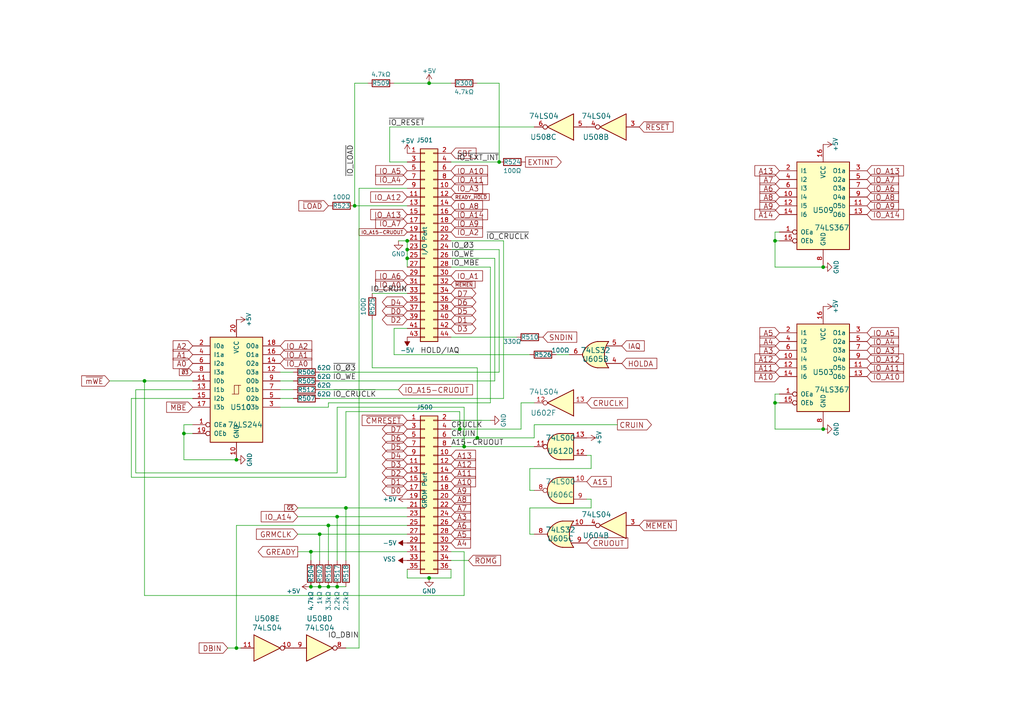
<source format=kicad_sch>
(kicad_sch (version 20250114) (generator "eeschema") (generator_version "9.0")
  (paper "A4")
  (title_block (title "TI-99/4A") (date "2022-02-18") (rev "1.1") (company "Robert Krenicki - https://github.com/rkrenicki/TI99-Motherboard") (comment 1 "IO- and GROM-Port") (comment 3 "Based on the HackMac KiCAD Design"))
  (lib_symbols
    (symbol "74xx:74LS00" (pin_names (offset 1.016))
      (property "Reference" "U" (at 0 1.27 0))
      (property "Value" "74LS00" (at 0 -1.27 0))
      (symbol "74LS00_1_1"
        (pin input line (at -7.62 2.54 0) (length 3.81) (name "~") (number "1"))
        (pin input line (at -7.62 -2.54 0) (length 3.81) (name "~") (number "2"))
        (pin output inverted (at 7.62 0 180) (length 3.81) (name "~") (number "3"))
      )
      (symbol "74LS00_1_2"
        (pin input inverted (at -7.62 2.54 0) (length 4.318) (name "~") (number "1"))
        (pin input inverted (at -7.62 -2.54 0) (length 4.318) (name "~") (number "2"))
        (pin output line (at 7.62 0 180) (length 3.81) (name "~") (number "3"))
      )
      (symbol "74LS00_2_1"
        (pin input line (at -7.62 2.54 0) (length 3.81) (name "~") (number "4"))
        (pin input line (at -7.62 -2.54 0) (length 3.81) (name "~") (number "5"))
        (pin output inverted (at 7.62 0 180) (length 3.81) (name "~") (number "6"))
      )
      (symbol "74LS00_2_2"
        (pin input inverted (at -7.62 2.54 0) (length 4.318) (name "~") (number "4"))
        (pin input inverted (at -7.62 -2.54 0) (length 4.318) (name "~") (number "5"))
        (pin output line (at 7.62 0 180) (length 3.81) (name "~") (number "6"))
      )
      (symbol "74LS00_3_1"
        (pin input line (at -7.62 2.54 0) (length 3.81) (name "~") (number "9"))
        (pin input line (at -7.62 -2.54 0) (length 3.81) (name "~") (number "10"))
        (pin output inverted (at 7.62 0 180) (length 3.81) (name "~") (number "8"))
      )
      (symbol "74LS00_3_2"
        (pin input inverted (at -7.62 2.54 0) (length 4.318) (name "~") (number "9"))
        (pin input inverted (at -7.62 -2.54 0) (length 4.318) (name "~") (number "10"))
        (pin output line (at 7.62 0 180) (length 3.81) (name "~") (number "8"))
      )
      (symbol "74LS00_4_1"
        (pin input line (at -7.62 2.54 0) (length 3.81) (name "~") (number "12"))
        (pin input line (at -7.62 -2.54 0) (length 3.81) (name "~") (number "13"))
        (pin output inverted (at 7.62 0 180) (length 3.81) (name "~") (number "11"))
      )
      (symbol "74LS00_4_2"
        (pin input inverted (at -7.62 2.54 0) (length 4.318) (name "~") (number "12"))
        (pin input inverted (at -7.62 -2.54 0) (length 4.318) (name "~") (number "13"))
        (pin output line (at 7.62 0 180) (length 3.81) (name "~") (number "11"))
      )
      (symbol "74LS00_5_0"
        (pin power_in line (at 0 12.7 270) (length 5.08) (name "VCC") (number "14"))
        (pin power_in line (at 0 -12.7 90) (length 5.08) (name "GND") (number "7"))
      )
    )
    (symbol "74xx:74LS04"
      (property "Reference" "U" (at 0 1.27 0))
      (property "Value" "74LS04" (at 0 -1.27 0))
      (symbol "74LS04_1_0"
        (pin input line (at -7.62 0 0) (length 3.81) (name "~") (number "1"))
        (pin output inverted (at 7.62 0 180) (length 3.81) (name "~") (number "2"))
      )
      (symbol "74LS04_2_0"
        (pin input line (at -7.62 0 0) (length 3.81) (name "~") (number "3"))
        (pin output inverted (at 7.62 0 180) (length 3.81) (name "~") (number "4"))
      )
      (symbol "74LS04_3_0"
        (pin input line (at -7.62 0 0) (length 3.81) (name "~") (number "5"))
        (pin output inverted (at 7.62 0 180) (length 3.81) (name "~") (number "6"))
      )
      (symbol "74LS04_4_0"
        (pin input line (at -7.62 0 0) (length 3.81) (name "~") (number "9"))
        (pin output inverted (at 7.62 0 180) (length 3.81) (name "~") (number "8"))
      )
      (symbol "74LS04_5_0"
        (pin input line (at -7.62 0 0) (length 3.81) (name "~") (number "11"))
        (pin output inverted (at 7.62 0 180) (length 3.81) (name "~") (number "10"))
      )
      (symbol "74LS04_6_0"
        (pin input line (at -7.62 0 0) (length 3.81) (name "~") (number "13"))
        (pin output inverted (at 7.62 0 180) (length 3.81) (name "~") (number "12"))
      )
      (symbol "74LS04_7_0"
        (pin power_in line (at 0 12.7 270) (length 5.08) (name "VCC") (number "14"))
        (pin power_in line (at 0 -12.7 90) (length 5.08) (name "GND") (number "7"))
      )
    )
    (symbol "74xx:74LS244" (pin_names (offset 1.016))
      (property "Reference" "U" (at -7.62 16.51 0))
      (property "Value" "74LS244" (at -7.62 -16.51 0))
      (symbol "74LS244_1_0"
        (pin input line (at -12.7 12.7 0) (length 5.08) (name "I0a") (number "2"))
        (pin input line (at -12.7 10.16 0) (length 5.08) (name "I1a") (number "4"))
        (pin input line (at -12.7 7.62 0) (length 5.08) (name "I2a") (number "6"))
        (pin input line (at -12.7 5.08 0) (length 5.08) (name "I3a") (number "8"))
        (pin input line (at -12.7 2.54 0) (length 5.08) (name "I0b") (number "11"))
        (pin input line (at -12.7 0 0) (length 5.08) (name "I1b") (number "13"))
        (pin input line (at -12.7 -2.54 0) (length 5.08) (name "I2b") (number "15"))
        (pin input line (at -12.7 -5.08 0) (length 5.08) (name "I3b") (number "17"))
        (pin input inverted (at -12.7 -10.16 0) (length 5.08) (name "OEa") (number "1"))
        (pin input inverted (at -12.7 -12.7 0) (length 5.08) (name "OEb") (number "19"))
        (pin power_in line (at 0 20.32 270) (length 5.08) (name "VCC") (number "20"))
        (pin power_in line (at 0 -20.32 90) (length 5.08) (name "GND") (number "10"))
        (pin tri_state line (at 12.7 12.7 180) (length 5.08) (name "O0a") (number "18"))
        (pin tri_state line (at 12.7 10.16 180) (length 5.08) (name "O1a") (number "16"))
        (pin tri_state line (at 12.7 7.62 180) (length 5.08) (name "O2a") (number "14"))
        (pin tri_state line (at 12.7 5.08 180) (length 5.08) (name "O3a") (number "12"))
        (pin tri_state line (at 12.7 2.54 180) (length 5.08) (name "O0b") (number "9"))
        (pin tri_state line (at 12.7 0 180) (length 5.08) (name "O1b") (number "7"))
        (pin tri_state line (at 12.7 -2.54 180) (length 5.08) (name "O2b") (number "5"))
        (pin tri_state line (at 12.7 -5.08 180) (length 5.08) (name "O3b") (number "3"))
      )
    )
    (symbol "74xx:74LS32" (pin_names (offset 1.016))
      (property "Reference" "U" (at 0 1.27 0))
      (property "Value" "74LS32" (at 0 -1.27 0))
      (symbol "74LS32_1_1"
        (pin input line (at -7.62 2.54 0) (length 4.318) (name "~") (number "1"))
        (pin input line (at -7.62 -2.54 0) (length 4.318) (name "~") (number "2"))
        (pin output line (at 7.62 0 180) (length 3.81) (name "~") (number "3"))
      )
      (symbol "74LS32_1_2"
        (pin input inverted (at -7.62 2.54 0) (length 3.81) (name "~") (number "1"))
        (pin input inverted (at -7.62 -2.54 0) (length 3.81) (name "~") (number "2"))
        (pin output inverted (at 7.62 0 180) (length 3.81) (name "~") (number "3"))
      )
      (symbol "74LS32_2_1"
        (pin input line (at -7.62 2.54 0) (length 4.318) (name "~") (number "4"))
        (pin input line (at -7.62 -2.54 0) (length 4.318) (name "~") (number "5"))
        (pin output line (at 7.62 0 180) (length 3.81) (name "~") (number "6"))
      )
      (symbol "74LS32_2_2"
        (pin input inverted (at -7.62 2.54 0) (length 3.81) (name "~") (number "4"))
        (pin input inverted (at -7.62 -2.54 0) (length 3.81) (name "~") (number "5"))
        (pin output inverted (at 7.62 0 180) (length 3.81) (name "~") (number "6"))
      )
      (symbol "74LS32_3_1"
        (pin input line (at -7.62 2.54 0) (length 4.318) (name "~") (number "9"))
        (pin input line (at -7.62 -2.54 0) (length 4.318) (name "~") (number "10"))
        (pin output line (at 7.62 0 180) (length 3.81) (name "~") (number "8"))
      )
      (symbol "74LS32_3_2"
        (pin input inverted (at -7.62 2.54 0) (length 3.81) (name "~") (number "9"))
        (pin input inverted (at -7.62 -2.54 0) (length 3.81) (name "~") (number "10"))
        (pin output inverted (at 7.62 0 180) (length 3.81) (name "~") (number "8"))
      )
      (symbol "74LS32_4_1"
        (pin input line (at -7.62 2.54 0) (length 4.318) (name "~") (number "12"))
        (pin input line (at -7.62 -2.54 0) (length 4.318) (name "~") (number "13"))
        (pin output line (at 7.62 0 180) (length 3.81) (name "~") (number "11"))
      )
      (symbol "74LS32_4_2"
        (pin input inverted (at -7.62 2.54 0) (length 3.81) (name "~") (number "12"))
        (pin input inverted (at -7.62 -2.54 0) (length 3.81) (name "~") (number "13"))
        (pin output inverted (at 7.62 0 180) (length 3.81) (name "~") (number "11"))
      )
      (symbol "74LS32_5_0"
        (pin power_in line (at 0 12.7 270) (length 5.08) (name "VCC") (number "14"))
        (pin power_in line (at 0 -12.7 90) (length 5.08) (name "GND") (number "7"))
      )
    )
    (symbol "74xx:74LS367" (pin_names (offset 1.016))
      (property "Reference" "U" (at -7.62 13.97 0))
      (property "Value" "74LS367" (at -7.62 -13.97 0))
      (symbol "74LS367_1_0"
        (pin input line (at -12.7 10.16 0) (length 5.08) (name "I1") (number "2"))
        (pin input line (at -12.7 7.62 0) (length 5.08) (name "I2") (number "4"))
        (pin input line (at -12.7 5.08 0) (length 5.08) (name "I3") (number "6"))
        (pin input line (at -12.7 2.54 0) (length 5.08) (name "I4") (number "10"))
        (pin input line (at -12.7 0 0) (length 5.08) (name "I5") (number "12"))
        (pin input line (at -12.7 -2.54 0) (length 5.08) (name "I6") (number "14"))
        (pin input inverted (at -12.7 -7.62 0) (length 5.08) (name "OEa") (number "1"))
        (pin input inverted (at -12.7 -10.16 0) (length 5.08) (name "OEb") (number "15"))
        (pin power_in line (at 0 17.78 270) (length 5.08) (name "VCC") (number "16"))
        (pin power_in line (at 0 -17.78 90) (length 5.08) (name "GND") (number "8"))
        (pin tri_state line (at 12.7 10.16 180) (length 5.08) (name "O1a") (number "3"))
        (pin tri_state line (at 12.7 7.62 180) (length 5.08) (name "O2a") (number "5"))
        (pin tri_state line (at 12.7 5.08 180) (length 5.08) (name "O3a") (number "7"))
        (pin tri_state line (at 12.7 2.54 180) (length 5.08) (name "O4a") (number "9"))
        (pin tri_state line (at 12.7 0 180) (length 5.08) (name "O5b") (number "11"))
        (pin tri_state line (at 12.7 -2.54 180) (length 5.08) (name "O6b") (number "13"))
      )
    )
    (symbol "Connector_Generic:Conn_02x18_Odd_Even" (pin_names (offset 1.016) (hide yes))
      (property "Reference" "J" (at 1.27 22.86 0))
      (property "Value" "Conn_02x18_Odd_Even" (at 1.27 -25.4 0))
      (symbol "Conn_02x18_Odd_Even_1_1"
        (pin passive line (at -5.08 20.32 0) (length 3.81) (name "Pin_1") (number "1"))
        (pin passive line (at -5.08 17.78 0) (length 3.81) (name "Pin_3") (number "3"))
        (pin passive line (at -5.08 15.24 0) (length 3.81) (name "Pin_5") (number "5"))
        (pin passive line (at -5.08 12.7 0) (length 3.81) (name "Pin_7") (number "7"))
        (pin passive line (at -5.08 10.16 0) (length 3.81) (name "Pin_9") (number "9"))
        (pin passive line (at -5.08 7.62 0) (length 3.81) (name "Pin_11") (number "11"))
        (pin passive line (at -5.08 5.08 0) (length 3.81) (name "Pin_13") (number "13"))
        (pin passive line (at -5.08 2.54 0) (length 3.81) (name "Pin_15") (number "15"))
        (pin passive line (at -5.08 0 0) (length 3.81) (name "Pin_17") (number "17"))
        (pin passive line (at -5.08 -2.54 0) (length 3.81) (name "Pin_19") (number "19"))
        (pin passive line (at -5.08 -5.08 0) (length 3.81) (name "Pin_21") (number "21"))
        (pin passive line (at -5.08 -7.62 0) (length 3.81) (name "Pin_23") (number "23"))
        (pin passive line (at -5.08 -10.16 0) (length 3.81) (name "Pin_25") (number "25"))
        (pin passive line (at -5.08 -12.7 0) (length 3.81) (name "Pin_27") (number "27"))
        (pin passive line (at -5.08 -15.24 0) (length 3.81) (name "Pin_29") (number "29"))
        (pin passive line (at -5.08 -17.78 0) (length 3.81) (name "Pin_31") (number "31"))
        (pin passive line (at -5.08 -20.32 0) (length 3.81) (name "Pin_33") (number "33"))
        (pin passive line (at -5.08 -22.86 0) (length 3.81) (name "Pin_35") (number "35"))
        (pin passive line (at 7.62 20.32 180) (length 3.81) (name "Pin_2") (number "2"))
        (pin passive line (at 7.62 17.78 180) (length 3.81) (name "Pin_4") (number "4"))
        (pin passive line (at 7.62 15.24 180) (length 3.81) (name "Pin_6") (number "6"))
        (pin passive line (at 7.62 12.7 180) (length 3.81) (name "Pin_8") (number "8"))
        (pin passive line (at 7.62 10.16 180) (length 3.81) (name "Pin_10") (number "10"))
        (pin passive line (at 7.62 7.62 180) (length 3.81) (name "Pin_12") (number "12"))
        (pin passive line (at 7.62 5.08 180) (length 3.81) (name "Pin_14") (number "14"))
        (pin passive line (at 7.62 2.54 180) (length 3.81) (name "Pin_16") (number "16"))
        (pin passive line (at 7.62 0 180) (length 3.81) (name "Pin_18") (number "18"))
        (pin passive line (at 7.62 -2.54 180) (length 3.81) (name "Pin_20") (number "20"))
        (pin passive line (at 7.62 -5.08 180) (length 3.81) (name "Pin_22") (number "22"))
        (pin passive line (at 7.62 -7.62 180) (length 3.81) (name "Pin_24") (number "24"))
        (pin passive line (at 7.62 -10.16 180) (length 3.81) (name "Pin_26") (number "26"))
        (pin passive line (at 7.62 -12.7 180) (length 3.81) (name "Pin_28") (number "28"))
        (pin passive line (at 7.62 -15.24 180) (length 3.81) (name "Pin_30") (number "30"))
        (pin passive line (at 7.62 -17.78 180) (length 3.81) (name "Pin_32") (number "32"))
        (pin passive line (at 7.62 -20.32 180) (length 3.81) (name "Pin_34") (number "34"))
        (pin passive line (at 7.62 -22.86 180) (length 3.81) (name "Pin_36") (number "36"))
      )
    )
    (symbol "Connector_Generic:Conn_02x22_Odd_Even" (pin_names (offset 1.016) (hide yes))
      (property "Reference" "J" (at 1.27 27.94 0))
      (property "Value" "Conn_02x22_Odd_Even" (at 1.27 -30.48 0))
      (symbol "Conn_02x22_Odd_Even_1_1"
        (pin passive line (at -5.08 25.4 0) (length 3.81) (name "Pin_1") (number "1"))
        (pin passive line (at -5.08 22.86 0) (length 3.81) (name "Pin_3") (number "3"))
        (pin passive line (at -5.08 20.32 0) (length 3.81) (name "Pin_5") (number "5"))
        (pin passive line (at -5.08 17.78 0) (length 3.81) (name "Pin_7") (number "7"))
        (pin passive line (at -5.08 15.24 0) (length 3.81) (name "Pin_9") (number "9"))
        (pin passive line (at -5.08 12.7 0) (length 3.81) (name "Pin_11") (number "11"))
        (pin passive line (at -5.08 10.16 0) (length 3.81) (name "Pin_13") (number "13"))
        (pin passive line (at -5.08 7.62 0) (length 3.81) (name "Pin_15") (number "15"))
        (pin passive line (at -5.08 5.08 0) (length 3.81) (name "Pin_17") (number "17"))
        (pin passive line (at -5.08 2.54 0) (length 3.81) (name "Pin_19") (number "19"))
        (pin passive line (at -5.08 0 0) (length 3.81) (name "Pin_21") (number "21"))
        (pin passive line (at -5.08 -2.54 0) (length 3.81) (name "Pin_23") (number "23"))
        (pin passive line (at -5.08 -5.08 0) (length 3.81) (name "Pin_25") (number "25"))
        (pin passive line (at -5.08 -7.62 0) (length 3.81) (name "Pin_27") (number "27"))
        (pin passive line (at -5.08 -10.16 0) (length 3.81) (name "Pin_29") (number "29"))
        (pin passive line (at -5.08 -12.7 0) (length 3.81) (name "Pin_31") (number "31"))
        (pin passive line (at -5.08 -15.24 0) (length 3.81) (name "Pin_33") (number "33"))
        (pin passive line (at -5.08 -17.78 0) (length 3.81) (name "Pin_35") (number "35"))
        (pin passive line (at -5.08 -20.32 0) (length 3.81) (name "Pin_37") (number "37"))
        (pin passive line (at -5.08 -22.86 0) (length 3.81) (name "Pin_39") (number "39"))
        (pin passive line (at -5.08 -25.4 0) (length 3.81) (name "Pin_41") (number "41"))
        (pin passive line (at -5.08 -27.94 0) (length 3.81) (name "Pin_43") (number "43"))
        (pin passive line (at 7.62 25.4 180) (length 3.81) (name "Pin_2") (number "2"))
        (pin passive line (at 7.62 22.86 180) (length 3.81) (name "Pin_4") (number "4"))
        (pin passive line (at 7.62 20.32 180) (length 3.81) (name "Pin_6") (number "6"))
        (pin passive line (at 7.62 17.78 180) (length 3.81) (name "Pin_8") (number "8"))
        (pin passive line (at 7.62 15.24 180) (length 3.81) (name "Pin_10") (number "10"))
        (pin passive line (at 7.62 12.7 180) (length 3.81) (name "Pin_12") (number "12"))
        (pin passive line (at 7.62 10.16 180) (length 3.81) (name "Pin_14") (number "14"))
        (pin passive line (at 7.62 7.62 180) (length 3.81) (name "Pin_16") (number "16"))
        (pin passive line (at 7.62 5.08 180) (length 3.81) (name "Pin_18") (number "18"))
        (pin passive line (at 7.62 2.54 180) (length 3.81) (name "Pin_20") (number "20"))
        (pin passive line (at 7.62 0 180) (length 3.81) (name "Pin_22") (number "22"))
        (pin passive line (at 7.62 -2.54 180) (length 3.81) (name "Pin_24") (number "24"))
        (pin passive line (at 7.62 -5.08 180) (length 3.81) (name "Pin_26") (number "26"))
        (pin passive line (at 7.62 -7.62 180) (length 3.81) (name "Pin_28") (number "28"))
        (pin passive line (at 7.62 -10.16 180) (length 3.81) (name "Pin_30") (number "30"))
        (pin passive line (at 7.62 -12.7 180) (length 3.81) (name "Pin_32") (number "32"))
        (pin passive line (at 7.62 -15.24 180) (length 3.81) (name "Pin_34") (number "34"))
        (pin passive line (at 7.62 -17.78 180) (length 3.81) (name "Pin_36") (number "36"))
        (pin passive line (at 7.62 -20.32 180) (length 3.81) (name "Pin_38") (number "38"))
        (pin passive line (at 7.62 -22.86 180) (length 3.81) (name "Pin_40") (number "40"))
        (pin passive line (at 7.62 -25.4 180) (length 3.81) (name "Pin_42") (number "42"))
        (pin passive line (at 7.62 -27.94 180) (length 3.81) (name "Pin_44") (number "44"))
      )
    )
    (symbol "Console-rescue:+5V" (power) (pin_names (offset 0))
      (property "Value" "+5V" (at 0 3.556 0))
      (symbol "+5V_1_1"
        (pin power_in line (at 0 0 90) (length 0) (hide yes) (name "+5V") (number "1"))
      )
    )
    (symbol "Console-rescue:-5V" (power) (pin_names (offset 0))
      (property "Value" "-5V" (at 0 3.81 0))
      (symbol "-5V_0_0"
        (pin power_in line (at 0 0 90) (length 0) (hide yes) (name "-5V") (number "1"))
      )
    )
    (symbol "Console-rescue:GND" (power) (pin_names (offset 0))
      (property "Value" "GND" (at 0 -3.81 0))
      (symbol "GND_1_1"
        (pin power_in line (at 0 0 270) (length 0) (hide yes) (name "GND") (number "1"))
      )
    )
    (symbol "Console-rescue:R" (pin_numbers (hide yes)) (pin_names (offset 0))
      (property "Reference" "R" (at 2.032 0 90))
      (property "Value" "R" (at 0 0 90))
      (symbol "R_1_1"
        (pin passive line (at 0 3.81 270) (length 1.27) (name "~") (number "1"))
        (pin passive line (at 0 -3.81 90) (length 1.27) (name "~") (number "2"))
      )
    )
    (symbol "power:VSS" (power) (pin_names (offset 0))
      (property "Value" "VSS" (at 0 3.81 0))
      (symbol "VSS_1_1"
        (pin power_in line (at 0 0 90) (length 0) (hide yes) (name "VSS") (number "1"))
      )
    )
  )
  (junction (at 92.71 170.18))
  (junction (at 102.87 59.69))
  (junction (at 97.79 170.18))
  (junction (at 133.35 124.46))
  (junction (at 238.76 77.47))
  (junction (at 124.46 24.13))
  (junction (at 53.34 125.73))
  (junction (at 95.25 152.4))
  (junction (at 144.78 46.99))
  (junction (at 95.25 170.18))
  (junction (at 118.11 74.93))
  (junction (at 224.79 69.85))
  (junction (at 90.17 160.02))
  (junction (at 118.11 69.85))
  (junction (at 100.33 147.32))
  (junction (at 134.62 129.54))
  (junction (at 92.71 154.94))
  (junction (at 118.11 72.39))
  (junction (at 68.58 133.35))
  (junction (at 90.17 170.18))
  (junction (at 97.79 149.86))
  (junction (at 238.76 124.46))
  (junction (at 224.79 116.84))
  (junction (at 138.43 127))
  (junction (at 124.46 167.64))
  (junction (at 68.58 187.96))
  (junction (at 41.91 110.49))
  (wire (pts (xy 154.94 142.24) (xy 153.67 142.24)))
  (wire (pts (xy 130.81 160.02) (xy 134.62 160.02)))
  (wire (pts (xy 97.79 137.16) (xy 97.79 118.11)))
  (wire (pts (xy 224.79 67.31) (xy 224.79 69.85)))
  (wire (pts (xy 124.46 167.64) (xy 130.81 167.64)))
  (wire (pts (xy 144.78 107.95) (xy 144.78 72.39)))
  (wire (pts (xy 130.81 124.46) (xy 133.35 124.46)))
  (wire (pts (xy 133.35 124.46) (xy 151.13 124.46)))
  (wire (pts (xy 224.79 114.3) (xy 224.79 116.84)))
  (wire (pts (xy 130.81 167.64) (xy 130.81 165.1)))
  (wire (pts (xy 153.67 135.89) (xy 171.45 135.89)))
  (wire (pts (xy 97.79 149.86) (xy 97.79 162.56)))
  (wire (pts (xy 92.71 115.57) (xy 146.05 115.57)))
  (wire (pts (xy 95.25 170.18) (xy 97.79 170.18)))
  (wire (pts (xy 138.43 24.13) (xy 144.78 24.13)))
  (wire (pts (xy 118.11 74.93) (xy 118.11 77.47)))
  (wire (pts (xy 86.36 149.86) (xy 97.79 149.86)))
  (wire (pts (xy 138.43 106.68) (xy 138.43 127)))
  (wire (pts (xy 104.14 54.61) (xy 118.11 54.61)))
  (wire (pts (xy 81.28 115.57) (xy 85.09 115.57)))
  (wire (pts (xy 153.67 142.24) (xy 153.67 135.89)))
  (wire (pts (xy 86.36 154.94) (xy 92.71 154.94)))
  (wire (pts (xy 153.67 102.87) (xy 114.3 102.87)))
  (wire (pts (xy 118.11 165.1) (xy 118.11 167.64)))
  (wire (pts (xy 114.3 95.25) (xy 118.11 95.25)))
  (wire (pts (xy 124.46 24.13) (xy 114.3 24.13)))
  (wire (pts (xy 86.36 147.32) (xy 100.33 147.32)))
  (wire (pts (xy 226.06 69.85) (xy 224.79 69.85)))
  (wire (pts (xy 113.03 46.99) (xy 118.11 46.99)))
  (wire (pts (xy 38.1 115.57) (xy 38.1 138.43)))
  (wire (pts (xy 138.43 127) (xy 130.81 127)))
  (wire (pts (xy 95.25 162.56) (xy 95.25 152.4)))
  (wire (pts (xy 238.76 124.46) (xy 224.79 124.46)))
  (wire (pts (xy 224.79 77.47) (xy 238.76 77.47)))
  (wire (pts (xy 146.05 115.57) (xy 146.05 69.85)))
  (wire (pts (xy 81.28 118.11) (xy 95.25 118.11)))
  (wire (pts (xy 85.09 113.03) (xy 81.28 113.03)))
  (wire (pts (xy 41.91 110.49) (xy 55.88 110.49)))
  (wire (pts (xy 135.89 162.56) (xy 130.81 162.56)))
  (wire (pts (xy 38.1 115.57) (xy 55.88 115.57)))
  (wire (pts (xy 226.06 116.84) (xy 224.79 116.84)))
  (wire (pts (xy 134.62 160.02) (xy 134.62 172.72)))
  (wire (pts (xy 39.37 137.16) (xy 97.79 137.16)))
  (wire (pts (xy 39.37 113.03) (xy 39.37 137.16)))
  (wire (pts (xy 97.79 149.86) (xy 118.11 149.86)))
  (wire (pts (xy 114.3 102.87) (xy 114.3 95.25)))
  (wire (pts (xy 90.17 160.02) (xy 118.11 160.02)))
  (wire (pts (xy 100.33 138.43) (xy 100.33 119.38)))
  (wire (pts (xy 138.43 127) (xy 154.94 127)))
  (wire (pts (xy 102.87 59.69) (xy 102.87 24.13)))
  (wire (pts (xy 153.67 154.94) (xy 153.67 147.32)))
  (wire (pts (xy 107.95 85.09) (xy 118.11 85.09)))
  (wire (pts (xy 143.51 74.93) (xy 130.81 74.93)))
  (wire (pts (xy 107.95 106.68) (xy 107.95 92.71)))
  (wire (pts (xy 100.33 187.96) (xy 104.14 187.96)))
  (wire (pts (xy 226.06 67.31) (xy 224.79 67.31)))
  (wire (pts (xy 104.14 187.96) (xy 104.14 54.61)))
  (wire (pts (xy 95.25 116.84) (xy 142.24 116.84)))
  (wire (pts (xy 92.71 110.49) (xy 143.51 110.49)))
  (wire (pts (xy 102.87 59.69) (xy 118.11 59.69)))
  (wire (pts (xy 53.34 133.35) (xy 53.34 125.73)))
  (wire (pts (xy 100.33 119.38) (xy 133.35 119.38)))
  (wire (pts (xy 90.17 170.18) (xy 92.71 170.18)))
  (wire (pts (xy 41.91 172.72) (xy 134.62 172.72)))
  (wire (pts (xy 100.33 162.56) (xy 100.33 147.32)))
  (wire (pts (xy 95.25 116.84) (xy 95.25 118.11)))
  (wire (pts (xy 68.58 187.96) (xy 68.58 152.4)))
  (wire (pts (xy 39.37 113.03) (xy 55.88 113.03)))
  (wire (pts (xy 118.11 72.39) (xy 118.11 74.93)))
  (wire (pts (xy 171.45 132.08) (xy 170.18 132.08)))
  (wire (pts (xy 130.81 129.54) (xy 134.62 129.54)))
  (wire (pts (xy 100.33 147.32) (xy 118.11 147.32)))
  (wire (pts (xy 153.67 147.32) (xy 171.45 147.32)))
  (wire (pts (xy 92.71 107.95) (xy 144.78 107.95)))
  (wire (pts (xy 31.75 110.49) (xy 41.91 110.49)))
  (wire (pts (xy 171.45 147.32) (xy 171.45 144.78)))
  (wire (pts (xy 224.79 124.46) (xy 224.79 116.84)))
  (wire (pts (xy 95.25 152.4) (xy 118.11 152.4)))
  (wire (pts (xy 55.88 123.19) (xy 53.34 123.19)))
  (wire (pts (xy 130.81 121.92) (xy 142.24 121.92)))
  (wire (pts (xy 226.06 114.3) (xy 224.79 114.3)))
  (wire (pts (xy 118.11 69.85) (xy 118.11 72.39)))
  (wire (pts (xy 106.68 24.13) (xy 102.87 24.13)))
  (wire (pts (xy 81.28 110.49) (xy 85.09 110.49)))
  (wire (pts (xy 130.81 46.99) (xy 144.78 46.99)))
  (wire (pts (xy 143.51 110.49) (xy 143.51 74.93)))
  (wire (pts (xy 151.13 116.84) (xy 151.13 124.46)))
  (wire (pts (xy 161.29 102.87) (xy 165.1 102.87)))
  (wire (pts (xy 142.24 116.84) (xy 142.24 77.47)))
  (wire (pts (xy 68.58 133.35) (xy 53.34 133.35)))
  (wire (pts (xy 154.94 127) (xy 154.94 123.19)))
  (wire (pts (xy 146.05 69.85) (xy 130.81 69.85)))
  (wire (pts (xy 171.45 144.78) (xy 170.18 144.78)))
  (wire (pts (xy 53.34 125.73) (xy 55.88 125.73)))
  (wire (pts (xy 133.35 119.38) (xy 133.35 124.46)))
  (wire (pts (xy 154.94 123.19) (xy 179.07 123.19)))
  (wire (pts (xy 115.57 69.85) (xy 118.11 69.85)))
  (wire (pts (xy 138.43 106.68) (xy 107.95 106.68)))
  (wire (pts (xy 68.58 152.4) (xy 95.25 152.4)))
  (wire (pts (xy 90.17 162.56) (xy 90.17 160.02)))
  (wire (pts (xy 97.79 118.11) (xy 134.62 118.11)))
  (wire (pts (xy 154.94 154.94) (xy 153.67 154.94)))
  (wire (pts (xy 124.46 24.13) (xy 130.81 24.13)))
  (wire (pts (xy 144.78 24.13) (xy 144.78 46.99)))
  (wire (pts (xy 41.91 110.49) (xy 41.91 172.72)))
  (wire (pts (xy 92.71 154.94) (xy 118.11 154.94)))
  (wire (pts (xy 171.45 135.89) (xy 171.45 132.08)))
  (wire (pts (xy 154.94 36.83) (xy 113.03 36.83)))
  (wire (pts (xy 92.71 154.94) (xy 92.71 162.56)))
  (wire (pts (xy 66.04 187.96) (xy 68.58 187.96)))
  (wire (pts (xy 130.81 97.79) (xy 149.86 97.79)))
  (wire (pts (xy 151.13 116.84) (xy 154.94 116.84)))
  (wire (pts (xy 86.36 160.02) (xy 90.17 160.02)))
  (wire (pts (xy 130.81 77.47) (xy 142.24 77.47)))
  (wire (pts (xy 224.79 69.85) (xy 224.79 77.47)))
  (wire (pts (xy 118.11 167.64) (xy 124.46 167.64)))
  (wire (pts (xy 92.71 170.18) (xy 95.25 170.18)))
  (wire (pts (xy 85.09 107.95) (xy 81.28 107.95)))
  (wire (pts (xy 97.79 170.18) (xy 100.33 170.18)))
  (wire (pts (xy 53.34 123.19) (xy 53.34 125.73)))
  (wire (pts (xy 144.78 72.39) (xy 130.81 72.39)))
  (wire (pts (xy 134.62 118.11) (xy 134.62 129.54)))
  (wire (pts (xy 69.85 187.96) (xy 68.58 187.96)))
  (wire (pts (xy 92.71 113.03) (xy 115.57 113.03)))
  (wire (pts (xy 134.62 129.54) (xy 154.94 129.54)))
  (wire (pts (xy 113.03 36.83) (xy 113.03 46.99)))
  (wire (pts (xy 38.1 138.43) (xy 100.33 138.43)))
  (label "~{IO_LOAD}" (at 102.87 41.91 270) (effects (font (size 1.524 1.524))))
  (label "IO_CRUIN" (at 118.11 85.09 180) (effects (font (size 1.524 1.524))))
  (label "~{CRUCLK}" (at 130.81 124.46 0) (effects (font (size 1.524 1.524))))
  (label "IO_Ø3" (at 130.81 72.39 0) (effects (font (size 1.524 1.524))))
  (label "~{IO_WE}" (at 130.81 74.93 0) (effects (font (size 1.524 1.524))))
  (label "IO_DBIN" (at 104.14 185.42 180) (effects (font (size 1.524 1.524))))
  (label "~{IO_RESET}" (at 123.19 36.83 180) (effects (font (size 1.524 1.524))))
  (label "~{IO_CRUCLK}" (at 96.52 115.57 0) (effects (font (size 1.524 1.524))))
  (label "~{IO_Ø3}" (at 96.52 107.95 0) (effects (font (size 1.524 1.524))))
  (label "~{IO_MBE}" (at 130.81 77.47 0) (effects (font (size 1.524 1.524))))
  (label "A15-CRUOUT" (at 130.81 129.54 0) (effects (font (size 1.524 1.524))))
  (label "~{IO_WE}" (at 96.52 110.49 0) (effects (font (size 1.524 1.524))))
  (label "~{IO_CRUCLK}" (at 140.97 69.85 0) (effects (font (size 1.524 1.524))))
  (label "CRUIN" (at 130.81 127 0) (effects (font (size 1.524 1.524))))
  (label "~{IO_EXT_INT}" (at 144.78 46.99 180) (effects (font (size 1.524 1.524))))
  (label "HOLD/IAQ" (at 121.92 102.87 0) (effects (font (size 1.524 1.524))))
  (global_label "A13" (shape input) (at 130.81 132.08 0) (effects (font (size 1.524 1.524))) (property "Intersheetrefs" "${INTERSHEET_REFS}" (effects (hide yes))))
  (global_label "IO_A8" (shape input) (at 130.81 59.69 0) (effects (font (size 1.524 1.524))) (property "Intersheetrefs" "${INTERSHEET_REFS}" (effects (hide yes))))
  (global_label "DBIN" (shape input) (at 66.04 187.96 180) (effects (font (size 1.524 1.524))) (property "Intersheetrefs" "${INTERSHEET_REFS}" (effects (hide yes))))
  (global_label "CRUOUT" (shape input) (at 170.18 157.48 0) (effects (font (size 1.524 1.524))) (property "Intersheetrefs" "${INTERSHEET_REFS}" (effects (hide yes))))
  (global_label "A5" (shape input) (at 226.06 96.52 180) (effects (font (size 1.524 1.524))) (property "Intersheetrefs" "${INTERSHEET_REFS}" (effects (hide yes))))
  (global_label "~{CMRESET}" (shape input) (at 118.11 121.92 180) (effects (font (size 1.524 1.524))) (property "Intersheetrefs" "${INTERSHEET_REFS}" (effects (hide yes))))
  (global_label "IO_A0" (shape input) (at 81.28 105.41 0) (effects (font (size 1.524 1.524))) (property "Intersheetrefs" "${INTERSHEET_REFS}" (effects (hide yes))))
  (global_label "D5" (shape bidirectional) (at 118.11 129.54 180) (effects (font (size 1.524 1.524))) (property "Intersheetrefs" "${INTERSHEET_REFS}" (effects (hide yes))))
  (global_label "IO_A15-CRUOUT" (shape input) (at 118.11 67.31 180) (effects (font (size 0.9906 0.9906))) (property "Intersheetrefs" "${INTERSHEET_REFS}" (effects (hide yes))))
  (global_label "IO_A14" (shape input) (at 130.81 62.23 0) (effects (font (size 1.524 1.524))) (property "Intersheetrefs" "${INTERSHEET_REFS}" (effects (hide yes))))
  (global_label "IO_A12" (shape input) (at 118.11 57.15 180) (effects (font (size 1.524 1.524))) (property "Intersheetrefs" "${INTERSHEET_REFS}" (effects (hide yes))))
  (global_label "D4" (shape bidirectional) (at 118.11 87.63 180) (effects (font (size 1.524 1.524))) (property "Intersheetrefs" "${INTERSHEET_REFS}" (effects (hide yes))))
  (global_label "A4" (shape input) (at 226.06 99.06 180) (effects (font (size 1.524 1.524))) (property "Intersheetrefs" "${INTERSHEET_REFS}" (effects (hide yes))))
  (global_label "D7" (shape bidirectional) (at 130.81 85.09 0) (effects (font (size 1.524 1.524))) (property "Intersheetrefs" "${INTERSHEET_REFS}" (effects (hide yes))))
  (global_label "A9" (shape input) (at 130.81 142.24 0) (effects (font (size 1.524 1.524))) (property "Intersheetrefs" "${INTERSHEET_REFS}" (effects (hide yes))))
  (global_label "A1" (shape input) (at 55.88 102.87 180) (effects (font (size 1.524 1.524))) (property "Intersheetrefs" "${INTERSHEET_REFS}" (effects (hide yes))))
  (global_label "A8" (shape input) (at 130.81 144.78 0) (effects (font (size 1.524 1.524))) (property "Intersheetrefs" "${INTERSHEET_REFS}" (effects (hide yes))))
  (global_label "D0" (shape bidirectional) (at 118.11 90.17 180) (effects (font (size 1.524 1.524))) (property "Intersheetrefs" "${INTERSHEET_REFS}" (effects (hide yes))))
  (global_label "A11" (shape input) (at 226.06 106.68 180) (effects (font (size 1.524 1.524))) (property "Intersheetrefs" "${INTERSHEET_REFS}" (effects (hide yes))))
  (global_label "D2" (shape bidirectional) (at 118.11 137.16 180) (effects (font (size 1.524 1.524))) (property "Intersheetrefs" "${INTERSHEET_REFS}" (effects (hide yes))))
  (global_label "READY_~{HOLD}" (shape input) (at 130.81 57.15 0) (effects (font (size 0.9906 0.9906))) (property "Intersheetrefs" "${INTERSHEET_REFS}" (effects (hide yes))))
  (global_label "IO_A1" (shape input) (at 81.28 102.87 0) (effects (font (size 1.524 1.524))) (property "Intersheetrefs" "${INTERSHEET_REFS}" (effects (hide yes))))
  (global_label "IO_A8" (shape input) (at 251.46 57.15 0) (effects (font (size 1.524 1.524))) (property "Intersheetrefs" "${INTERSHEET_REFS}" (effects (hide yes))))
  (global_label "D6" (shape bidirectional) (at 118.11 127 180) (effects (font (size 1.524 1.524))) (property "Intersheetrefs" "${INTERSHEET_REFS}" (effects (hide yes))))
  (global_label "~{LOAD}" (shape input) (at 95.25 59.69 180) (effects (font (size 1.524 1.524))) (property "Intersheetrefs" "${INTERSHEET_REFS}" (effects (hide yes))))
  (global_label "IO_A3" (shape input) (at 251.46 101.6 0) (effects (font (size 1.524 1.524))) (property "Intersheetrefs" "${INTERSHEET_REFS}" (effects (hide yes))))
  (global_label "D0" (shape bidirectional) (at 118.11 142.24 180) (effects (font (size 1.524 1.524))) (property "Intersheetrefs" "${INTERSHEET_REFS}" (effects (hide yes))))
  (global_label "IO_A11" (shape input) (at 251.46 106.68 0) (effects (font (size 1.524 1.524))) (property "Intersheetrefs" "${INTERSHEET_REFS}" (effects (hide yes))))
  (global_label "IO_A7" (shape input) (at 118.11 64.77 180) (effects (font (size 1.524 1.524))) (property "Intersheetrefs" "${INTERSHEET_REFS}" (effects (hide yes))))
  (global_label "A10" (shape input) (at 226.06 109.22 180) (effects (font (size 1.524 1.524))) (property "Intersheetrefs" "${INTERSHEET_REFS}" (effects (hide yes))))
  (global_label "D1" (shape bidirectional) (at 130.81 92.71 0) (effects (font (size 1.524 1.524))) (property "Intersheetrefs" "${INTERSHEET_REFS}" (effects (hide yes))))
  (global_label "~{Ø3}" (shape input) (at 55.88 107.95 180) (effects (font (size 0.9906 0.9906))) (property "Intersheetrefs" "${INTERSHEET_REFS}" (effects (hide yes))))
  (global_label "IO_A12" (shape input) (at 251.46 104.14 0) (effects (font (size 1.524 1.524))) (property "Intersheetrefs" "${INTERSHEET_REFS}" (effects (hide yes))))
  (global_label "~{MEMEN}" (shape input) (at 185.42 152.4 0) (effects (font (size 1.524 1.524))) (property "Intersheetrefs" "${INTERSHEET_REFS}" (effects (hide yes))))
  (global_label "IO_A7" (shape input) (at 251.46 52.07 0) (effects (font (size 1.524 1.524))) (property "Intersheetrefs" "${INTERSHEET_REFS}" (effects (hide yes))))
  (global_label "CRUIN" (shape output) (at 179.07 123.19 0) (effects (font (size 1.524 1.524))) (property "Intersheetrefs" "${INTERSHEET_REFS}" (effects (hide yes))))
  (global_label "IO_A9" (shape input) (at 251.46 59.69 0) (effects (font (size 1.524 1.524))) (property "Intersheetrefs" "${INTERSHEET_REFS}" (effects (hide yes))))
  (global_label "D4" (shape bidirectional) (at 118.11 132.08 180) (effects (font (size 1.524 1.524))) (property "Intersheetrefs" "${INTERSHEET_REFS}" (effects (hide yes))))
  (global_label "HOLDA" (shape input) (at 180.34 105.41 0) (effects (font (size 1.524 1.524))) (property "Intersheetrefs" "${INTERSHEET_REFS}" (effects (hide yes))))
  (global_label "A3" (shape input) (at 130.81 149.86 0) (effects (font (size 1.524 1.524))) (property "Intersheetrefs" "${INTERSHEET_REFS}" (effects (hide yes))))
  (global_label "IO_A13" (shape input) (at 251.46 49.53 0) (effects (font (size 1.524 1.524))) (property "Intersheetrefs" "${INTERSHEET_REFS}" (effects (hide yes))))
  (global_label "SBE" (shape input) (at 130.81 44.45 0) (effects (font (size 1.524 1.524))) (property "Intersheetrefs" "${INTERSHEET_REFS}" (effects (hide yes))))
  (global_label "D3" (shape bidirectional) (at 118.11 134.62 180) (effects (font (size 1.524 1.524))) (property "Intersheetrefs" "${INTERSHEET_REFS}" (effects (hide yes))))
  (global_label "IO_A14" (shape input) (at 251.46 62.23 0) (effects (font (size 1.524 1.524))) (property "Intersheetrefs" "${INTERSHEET_REFS}" (effects (hide yes))))
  (global_label "IO_A10" (shape input) (at 251.46 109.22 0) (effects (font (size 1.524 1.524))) (property "Intersheetrefs" "${INTERSHEET_REFS}" (effects (hide yes))))
  (global_label "A8" (shape input) (at 226.06 57.15 180) (effects (font (size 1.524 1.524))) (property "Intersheetrefs" "${INTERSHEET_REFS}" (effects (hide yes))))
  (global_label "A10" (shape input) (at 130.81 139.7 0) (effects (font (size 1.524 1.524))) (property "Intersheetrefs" "${INTERSHEET_REFS}" (effects (hide yes))))
  (global_label "A14" (shape input) (at 226.06 62.23 180) (effects (font (size 1.524 1.524))) (property "Intersheetrefs" "${INTERSHEET_REFS}" (effects (hide yes))))
  (global_label "A6" (shape input) (at 226.06 54.61 180) (effects (font (size 1.524 1.524))) (property "Intersheetrefs" "${INTERSHEET_REFS}" (effects (hide yes))))
  (global_label "IO_A15-CRUOUT" (shape input) (at 115.57 113.03 0) (effects (font (size 1.524 1.524))) (property "Intersheetrefs" "${INTERSHEET_REFS}" (effects (hide yes))))
  (global_label "D3" (shape bidirectional) (at 130.81 95.25 0) (effects (font (size 1.524 1.524))) (property "Intersheetrefs" "${INTERSHEET_REFS}" (effects (hide yes))))
  (global_label "A3" (shape input) (at 226.06 101.6 180) (effects (font (size 1.524 1.524))) (property "Intersheetrefs" "${INTERSHEET_REFS}" (effects (hide yes))))
  (global_label "~{mWE}" (shape input) (at 31.75 110.49 180) (effects (font (size 1.524 1.524))) (property "Intersheetrefs" "${INTERSHEET_REFS}" (effects (hide yes))))
  (global_label "D2" (shape bidirectional) (at 118.11 92.71 180) (effects (font (size 1.524 1.524))) (property "Intersheetrefs" "${INTERSHEET_REFS}" (effects (hide yes))))
  (global_label "~{MEMEN}" (shape input) (at 130.81 82.55 0) (effects (font (size 0.9906 0.9906))) (property "Intersheetrefs" "${INTERSHEET_REFS}" (effects (hide yes))))
  (global_label "A12" (shape input) (at 226.06 104.14 180) (effects (font (size 1.524 1.524))) (property "Intersheetrefs" "${INTERSHEET_REFS}" (effects (hide yes))))
  (global_label "A15" (shape input) (at 170.18 139.7 0) (effects (font (size 1.524 1.524))) (property "Intersheetrefs" "${INTERSHEET_REFS}" (effects (hide yes))))
  (global_label "IO_A4" (shape input) (at 251.46 99.06 0) (effects (font (size 1.524 1.524))) (property "Intersheetrefs" "${INTERSHEET_REFS}" (effects (hide yes))))
  (global_label "D7" (shape bidirectional) (at 118.11 124.46 180) (effects (font (size 1.524 1.524))) (property "Intersheetrefs" "${INTERSHEET_REFS}" (effects (hide yes))))
  (global_label "IO_A10" (shape input) (at 130.81 49.53 0) (effects (font (size 1.524 1.524))) (property "Intersheetrefs" "${INTERSHEET_REFS}" (effects (hide yes))))
  (global_label "A13" (shape input) (at 226.06 49.53 180) (effects (font (size 1.524 1.524))) (property "Intersheetrefs" "${INTERSHEET_REFS}" (effects (hide yes))))
  (global_label "IO_A5" (shape input) (at 251.46 96.52 0) (effects (font (size 1.524 1.524))) (property "Intersheetrefs" "${INTERSHEET_REFS}" (effects (hide yes))))
  (global_label "GRMCLK" (shape input) (at 86.36 154.94 180) (effects (font (size 1.524 1.524))) (property "Intersheetrefs" "${INTERSHEET_REFS}" (effects (hide yes))))
  (global_label "IO_A5" (shape input) (at 118.11 49.53 180) (effects (font (size 1.524 1.524))) (property "Intersheetrefs" "${INTERSHEET_REFS}" (effects (hide yes))))
  (global_label "IAQ" (shape input) (at 180.34 100.33 0) (effects (font (size 1.524 1.524))) (property "Intersheetrefs" "${INTERSHEET_REFS}" (effects (hide yes))))
  (global_label "SNDIN" (shape input) (at 157.48 97.79 0) (effects (font (size 1.524 1.524))) (property "Intersheetrefs" "${INTERSHEET_REFS}" (effects (hide yes))))
  (global_label "IO_A6" (shape input) (at 251.46 54.61 0) (effects (font (size 1.524 1.524))) (property "Intersheetrefs" "${INTERSHEET_REFS}" (effects (hide yes))))
  (global_label "A9" (shape input) (at 226.06 59.69 180) (effects (font (size 1.524 1.524))) (property "Intersheetrefs" "${INTERSHEET_REFS}" (effects (hide yes))))
  (global_label "D6" (shape bidirectional) (at 130.81 87.63 0) (effects (font (size 1.524 1.524))) (property "Intersheetrefs" "${INTERSHEET_REFS}" (effects (hide yes))))
  (global_label "A0" (shape input) (at 55.88 105.41 180) (effects (font (size 1.524 1.524))) (property "Intersheetrefs" "${INTERSHEET_REFS}" (effects (hide yes))))
  (global_label "~{MBE}" (shape input) (at 55.88 118.11 180) (effects (font (size 1.524 1.524))) (property "Intersheetrefs" "${INTERSHEET_REFS}" (effects (hide yes))))
  (global_label "A7" (shape input) (at 130.81 147.32 0) (effects (font (size 1.524 1.524))) (property "Intersheetrefs" "${INTERSHEET_REFS}" (effects (hide yes))))
  (global_label "IO_A9" (shape input) (at 130.81 64.77 0) (effects (font (size 1.524 1.524))) (property "Intersheetrefs" "${INTERSHEET_REFS}" (effects (hide yes))))
  (global_label "A4" (shape input) (at 130.81 157.48 0) (effects (font (size 1.524 1.524))) (property "Intersheetrefs" "${INTERSHEET_REFS}" (effects (hide yes))))
  (global_label "IO_A11" (shape input) (at 130.81 52.07 0) (effects (font (size 1.524 1.524))) (property "Intersheetrefs" "${INTERSHEET_REFS}" (effects (hide yes))))
  (global_label "GREADY" (shape output) (at 86.36 160.02 180) (effects (font (size 1.524 1.524))) (property "Intersheetrefs" "${INTERSHEET_REFS}" (effects (hide yes))))
  (global_label "IO_A1" (shape input) (at 130.81 80.01 0) (effects (font (size 1.524 1.524))) (property "Intersheetrefs" "${INTERSHEET_REFS}" (effects (hide yes))))
  (global_label "A11" (shape input) (at 130.81 137.16 0) (effects (font (size 1.524 1.524))) (property "Intersheetrefs" "${INTERSHEET_REFS}" (effects (hide yes))))
  (global_label "~{GS}" (shape input) (at 86.36 147.32 180) (effects (font (size 0.9906 0.9906))) (property "Intersheetrefs" "${INTERSHEET_REFS}" (effects (hide yes))))
  (global_label "IO_A14" (shape input) (at 86.36 149.86 180) (effects (font (size 1.524 1.524))) (property "Intersheetrefs" "${INTERSHEET_REFS}" (effects (hide yes))))
  (global_label "IO_A0" (shape input) (at 118.11 82.55 180) (effects (font (size 1.524 1.524))) (property "Intersheetrefs" "${INTERSHEET_REFS}" (effects (hide yes))))
  (global_label "A12" (shape input) (at 130.81 134.62 0) (effects (font (size 1.524 1.524))) (property "Intersheetrefs" "${INTERSHEET_REFS}" (effects (hide yes))))
  (global_label "IO_A2" (shape input) (at 81.28 100.33 0) (effects (font (size 1.524 1.524))) (property "Intersheetrefs" "${INTERSHEET_REFS}" (effects (hide yes))))
  (global_label "A6" (shape input) (at 130.81 152.4 0) (effects (font (size 1.524 1.524))) (property "Intersheetrefs" "${INTERSHEET_REFS}" (effects (hide yes))))
  (global_label "EXTINT" (shape output) (at 152.4 46.99 0) (effects (font (size 1.524 1.524))) (property "Intersheetrefs" "${INTERSHEET_REFS}" (effects (hide yes))))
  (global_label "A5" (shape input) (at 130.81 154.94 0) (effects (font (size 1.524 1.524))) (property "Intersheetrefs" "${INTERSHEET_REFS}" (effects (hide yes))))
  (global_label "A7" (shape input) (at 226.06 52.07 180) (effects (font (size 1.524 1.524))) (property "Intersheetrefs" "${INTERSHEET_REFS}" (effects (hide yes))))
  (global_label "IO_A6" (shape input) (at 118.11 80.01 180) (effects (font (size 1.524 1.524))) (property "Intersheetrefs" "${INTERSHEET_REFS}" (effects (hide yes))))
  (global_label "IO_A2" (shape input) (at 130.81 67.31 0) (effects (font (size 1.524 1.524))) (property "Intersheetrefs" "${INTERSHEET_REFS}" (effects (hide yes))))
  (global_label "A2" (shape input) (at 55.88 100.33 180) (effects (font (size 1.524 1.524))) (property "Intersheetrefs" "${INTERSHEET_REFS}" (effects (hide yes))))
  (global_label "CRUCLK" (shape input) (at 170.18 116.84 0) (effects (font (size 1.524 1.524))) (property "Intersheetrefs" "${INTERSHEET_REFS}" (effects (hide yes))))
  (global_label "D5" (shape bidirectional) (at 130.81 90.17 0) (effects (font (size 1.524 1.524))) (property "Intersheetrefs" "${INTERSHEET_REFS}" (effects (hide yes))))
  (global_label "~{RESET}" (shape input) (at 185.42 36.83 0) (effects (font (size 1.524 1.524))) (property "Intersheetrefs" "${INTERSHEET_REFS}" (effects (hide yes))))
  (global_label "IO_A4" (shape input) (at 118.11 52.07 180) (effects (font (size 1.524 1.524))) (property "Intersheetrefs" "${INTERSHEET_REFS}" (effects (hide yes))))
  (global_label "IO_A3" (shape input) (at 130.81 54.61 0) (effects (font (size 1.524 1.524))) (property "Intersheetrefs" "${INTERSHEET_REFS}" (effects (hide yes))))
  (global_label "~{ROMG}" (shape input) (at 135.89 162.56 0) (effects (font (size 1.524 1.524))) (property "Intersheetrefs" "${INTERSHEET_REFS}" (effects (hide yes))))
  (global_label "IO_A13" (shape input) (at 118.11 62.23 180) (effects (font (size 1.524 1.524))) (property "Intersheetrefs" "${INTERSHEET_REFS}" (effects (hide yes))))
  (global_label "D1" (shape bidirectional) (at 118.11 139.7 180) (effects (font (size 1.524 1.524))) (property "Intersheetrefs" "${INTERSHEET_REFS}" (effects (hide yes))))
  (symbol (lib_id "74xx:74LS244") (at 68.58 113.03 0) (unit 1)
    (property "Reference" "U510" (at 69.85 118.11 0) (effects (font (size 1.524 1.524))))
    (property "Value" "74LS244" (at 71.12 123.19 0) (effects (font (size 1.524 1.524))))
    (property "Footprint" "Package_DIP:DIP-20_W7.62mm" (effects (hide yes)))
  )
  (symbol (lib_id "Connector_Generic:Conn_02x22_Odd_Even") (at 123.19 69.85 0) (unit 1)
    (property "Reference" "J501" (at 123.19 40.64 0))
    (property "Value" "I/O Port" (at 123.19 69.85 90))
    (property "Footprint" "TI99_Connectors:BUS_TI" (effects (hide yes)))
  )
  (symbol (lib_id "Connector_Generic:Conn_02x18_Odd_Even") (at 123.19 142.24 0) (unit 1)
    (property "Reference" "J500" (at 123.19 118.11 0))
    (property "Value" "GROM Port" (at 123.19 142.24 90))
    (property "Footprint" "TI99_Connectors:GROM_Socket" (effects (hide yes)))
  )
  (symbol (lib_id "74xx:74LS367") (at 238.76 59.69 0) (unit 1)
    (property "Reference" "U509" (at 238.76 60.96 0) (effects (font (size 1.524 1.524))))
    (property "Value" "74LS367" (at 241.3 66.04 0) (effects (font (size 1.524 1.524))))
    (property "Footprint" "Package_DIP:DIP-16_W7.62mm" (effects (hide yes)))
  )
  (symbol (lib_id "74xx:74LS367") (at 238.76 106.68 0) (unit 1)
    (property "Reference" "U503" (at 238.76 107.95 0) (effects (font (size 1.524 1.524))))
    (property "Value" "74LS367" (at 241.3 113.03 0) (effects (font (size 1.524 1.524))))
    (property "Footprint" "Package_DIP:DIP-16_W7.62mm" (effects (hide yes)))
  )
  (symbol (lib_id "Console-rescue:GND") (at 238.76 124.46 90) (unit 1)
    (property "Reference" "#PWR032" (effects (hide yes)))
    (property "Value" "GND" (at 242.57 124.46 0))
  )
  (symbol (lib_id "Console-rescue:GND") (at 238.76 77.47 90) (unit 1)
    (property "Reference" "#PWR033" (effects (hide yes)))
    (property "Value" "GND" (at 242.57 77.47 0))
  )
  (symbol (lib_id "Console-rescue:+5V") (at 238.76 88.9 270) (unit 1)
    (property "Reference" "#PWR034" (effects (hide yes)))
    (property "Value" "+5V" (at 242.316 88.9 0))
  )
  (symbol (lib_id "Console-rescue:+5V") (at 238.76 41.91 270) (unit 1)
    (property "Reference" "#PWR035" (effects (hide yes)))
    (property "Value" "+5V" (at 242.316 41.91 0))
  )
  (symbol (lib_id "Console-rescue:+5V") (at 68.58 92.71 270) (unit 1)
    (property "Reference" "#PWR036" (effects (hide yes)))
    (property "Value" "+5V" (at 72.136 92.71 0))
  )
  (symbol (lib_id "Console-rescue:GND") (at 68.58 133.35 90) (unit 1)
    (property "Reference" "#PWR037" (effects (hide yes)))
    (property "Value" "GND" (at 72.39 133.35 0))
  )
  (symbol (lib_id "Console-rescue:R") (at 88.9 115.57 270) (unit 1)
    (property "Reference" "R507" (at 88.9 115.57 90))
    (property "Value" "62Ω" (at 93.98 114.3 90))
    (property "Footprint" "TI99_Connectors:Passive-11.50mm" (effects (hide yes)))
  )
  (symbol (lib_id "Console-rescue:R") (at 88.9 110.49 270) (unit 1)
    (property "Reference" "R505" (at 88.9 110.49 90))
    (property "Value" "62Ω" (at 93.98 109.22 90))
    (property "Footprint" "TI99_Connectors:Passive-11.50mm" (effects (hide yes)))
  )
  (symbol (lib_id "Console-rescue:R") (at 88.9 107.95 270) (unit 1)
    (property "Reference" "R506" (at 88.9 107.95 90))
    (property "Value" "62Ω" (at 93.98 106.68 90))
    (property "Footprint" "TI99_Connectors:Passive-11.50mm" (effects (hide yes)))
  )
  (symbol (lib_id "Console-rescue:R") (at 88.9 113.03 270) (unit 1)
    (property "Reference" "R512" (at 88.9 113.03 90))
    (property "Value" "62Ω" (at 93.98 111.76 90))
    (property "Footprint" "TI99_Connectors:Passive-11.50mm" (effects (hide yes)))
  )
  (symbol (lib_id "Console-rescue:+5V") (at 118.11 44.45 0) (unit 1)
    (property "Reference" "#PWR038" (effects (hide yes)))
    (property "Value" "+5V" (at 118.11 40.894 0))
  )
  (symbol (lib_id "Console-rescue:-5V") (at 118.11 97.79 180) (unit 1)
    (property "Reference" "#PWR039" (effects (hide yes)))
    (property "Value" "-5V" (at 118.11 101.6 0))
  )
  (symbol (lib_id "Console-rescue:GND") (at 115.57 69.85 0) (unit 1)
    (property "Reference" "#PWR040" (effects (hide yes)))
    (property "Value" "GND" (at 115.57 73.66 0))
  )
  (symbol (lib_id "Console-rescue:+5V") (at 90.17 170.18 90) (unit 1)
    (property "Reference" "#PWR042" (effects (hide yes)))
    (property "Value" "+5V" (at 85.09 171.45 90))
  )
  (symbol (lib_id "Console-rescue:R") (at 97.79 166.37 0) (mirror y) (unit 1)
    (property "Reference" "R517" (at 97.79 166.37 90))
    (property "Value" "2.2kΩ" (at 97.79 171.45 90) (effects (justify right)))
    (property "Footprint" "TI99_Connectors:Passive-11.50mm" (effects (hide yes)))
  )
  (symbol (lib_id "Console-rescue:R") (at 95.25 166.37 0) (mirror y) (unit 1)
    (property "Reference" "R516" (at 95.25 166.37 90))
    (property "Value" "3.3kΩ" (at 95.25 171.45 90) (effects (justify right)))
    (property "Footprint" "TI99_Connectors:Passive-11.50mm" (effects (hide yes)))
  )
  (symbol (lib_id "Console-rescue:R") (at 92.71 166.37 0) (mirror y) (unit 1)
    (property "Reference" "R502" (at 92.71 166.37 90))
    (property "Value" "1kΩ" (at 92.71 171.45 90) (effects (justify right)))
    (property "Footprint" "TI99_Connectors:Passive-11.50mm" (effects (hide yes)))
  )
  (symbol (lib_id "Console-rescue:R") (at 90.17 166.37 0) (mirror y) (unit 1)
    (property "Reference" "R504" (at 90.17 166.37 90))
    (property "Value" "4.7kΩ" (at 90.17 171.45 90) (effects (justify right)))
    (property "Footprint" "TI99_Connectors:Passive-11.50mm" (effects (hide yes)))
  )
  (symbol (lib_id "Console-rescue:R") (at 100.33 166.37 0) (mirror y) (unit 1)
    (property "Reference" "R518" (at 100.33 166.37 90))
    (property "Value" "2.2kΩ" (at 100.33 171.45 90) (effects (justify right)))
    (property "Footprint" "TI99_Connectors:Passive-11.50mm" (effects (hide yes)))
  )
  (symbol (lib_id "Console-rescue:GND") (at 124.46 167.64 0) (unit 1)
    (property "Reference" "#PWR043" (effects (hide yes)))
    (property "Value" "GND" (at 124.46 171.45 0))
  )
  (symbol (lib_id "Console-rescue:GND") (at 142.24 121.92 90) (unit 1)
    (property "Reference" "#PWR044" (effects (hide yes)))
    (property "Value" "GND" (at 146.05 121.92 0))
  )
  (symbol (lib_id "Console-rescue:+5V") (at 118.11 144.78 90) (unit 1)
    (property "Reference" "#PWR045" (effects (hide yes)))
    (property "Value" "+5V" (at 113.03 144.78 90))
  )
  (symbol (lib_id "Console-rescue:-5V") (at 118.11 157.48 90) (unit 1)
    (property "Reference" "#PWR046" (effects (hide yes)))
    (property "Value" "-5V" (at 113.03 157.48 90))
  )
  (symbol (lib_id "74xx:74LS04") (at 177.8 152.4 180) (unit 2)
    (property "Reference" "U604" (at 172.847 155.321 0) (effects (font (size 1.524 1.524))))
    (property "Value" "74LS04" (at 172.974 149.225 0) (effects (font (size 1.524 1.524))))
    (property "Footprint" "Package_DIP:DIP-14_W7.62mm" (effects (hide yes)))
  )
  (symbol (lib_id "74xx:74LS00") (at 162.56 129.54 180) (unit 4)
    (property "Reference" "U612" (at 162.56 130.81 0) (effects (font (size 1.524 1.524))))
    (property "Value" "74LS00" (at 162.56 127 0) (effects (font (size 1.524 1.524))))
    (property "Footprint" "Package_DIP:DIP-14_W7.62mm" (effects (hide yes)))
  )
  (symbol (lib_id "Console-rescue:+5V") (at 170.18 127 270) (unit 1)
    (property "Reference" "#PWR048" (effects (hide yes)))
    (property "Value" "+5V" (at 173.736 127 0))
  )
  (symbol (lib_id "74xx:74LS00") (at 162.56 142.24 180) (unit 3)
    (property "Reference" "U606" (at 162.56 143.51 0) (effects (font (size 1.524 1.524))))
    (property "Value" "74LS00" (at 162.56 139.7 0) (effects (font (size 1.524 1.524))))
    (property "Footprint" "Package_DIP:DIP-14_W7.62mm" (effects (hide yes)))
  )
  (symbol (lib_id "74xx:74LS32") (at 162.56 154.94 180) (unit 3)
    (property "Reference" "U605" (at 162.56 156.21 0) (effects (font (size 1.524 1.524))))
    (property "Value" "74LS32" (at 162.56 153.67 0) (effects (font (size 1.524 1.524))))
    (property "Footprint" "Package_DIP:DIP-14_W7.62mm" (effects (hide yes)))
  )
  (symbol (lib_id "Console-rescue:R") (at 107.95 88.9 180) (unit 1)
    (property "Reference" "R525" (at 107.95 88.9 90))
    (property "Value" "100Ω" (at 105.41 88.9 90))
    (property "Footprint" "TI99_Connectors:Passive-11.50mm" (effects (hide yes)))
  )
  (symbol (lib_id "Console-rescue:R") (at 148.59 46.99 90) (unit 1)
    (property "Reference" "R524" (at 148.59 46.99 90))
    (property "Value" "100Ω" (at 148.59 49.53 90))
    (property "Footprint" "TI99_Connectors:Passive-11.50mm" (effects (hide yes)))
  )
  (symbol (lib_id "Console-rescue:R") (at 134.62 24.13 90) (unit 1)
    (property "Reference" "R300" (at 134.62 24.13 90))
    (property "Value" "4.7kΩ" (at 134.62 26.67 90))
    (property "Footprint" "TI99_Connectors:Passive-11.50mm" (effects (hide yes)))
  )
  (symbol (lib_id "Console-rescue:+5V") (at 124.46 24.13 0) (unit 1)
    (property "Reference" "#PWR047" (effects (hide yes)))
    (property "Value" "+5V" (at 124.46 20.574 0))
  )
  (symbol (lib_id "Console-rescue:R") (at 99.06 59.69 270) (unit 1)
    (property "Reference" "R523" (at 99.06 59.69 90))
    (property "Value" "100Ω" (at 99.06 57.15 90))
    (property "Footprint" "TI99_Connectors:Passive-11.50mm" (effects (hide yes)))
  )
  (symbol (lib_id "Console-rescue:R") (at 110.49 24.13 270) (unit 1)
    (property "Reference" "R509" (at 110.49 24.13 90))
    (property "Value" "4.7kΩ" (at 110.49 21.59 90))
    (property "Footprint" "TI99_Connectors:Passive-11.50mm" (effects (hide yes)))
  )
  (symbol (lib_id "Console-rescue:R") (at 157.48 102.87 270) (unit 1)
    (property "Reference" "R526" (at 157.48 102.87 90))
    (property "Value" "100Ω" (at 162.56 101.6 90))
    (property "Footprint" "TI99_Connectors:Passive-11.50mm" (effects (hide yes)))
  )
  (symbol (lib_id "Console-rescue:R") (at 153.67 97.79 90) (unit 1)
    (property "Reference" "R510" (at 153.67 97.79 90))
    (property "Value" "330Ω" (at 148.59 99.06 90))
    (property "Footprint" "TI99_Connectors:Passive-11.50mm" (effects (hide yes)))
  )
  (symbol (lib_id "74xx:74LS04") (at 162.56 116.84 180) (unit 6)
    (property "Reference" "U602" (at 157.607 119.761 0) (effects (font (size 1.524 1.524))))
    (property "Value" "74LS04" (at 157.734 113.665 0) (effects (font (size 1.524 1.524))))
    (property "Footprint" "Package_DIP:DIP-14_W7.62mm" (effects (hide yes)))
  )
  (symbol (lib_id "74xx:74LS32") (at 172.72 102.87 180) (unit 2)
    (property "Reference" "U605" (at 172.72 104.14 0) (effects (font (size 1.524 1.524))))
    (property "Value" "74LS32" (at 172.72 101.6 0) (effects (font (size 1.524 1.524))))
    (property "Footprint" "Package_DIP:DIP-14_W7.62mm" (effects (hide yes)))
  )
  (symbol (lib_id "74xx:74LS04") (at 162.56 36.83 180) (unit 3)
    (property "Reference" "U508" (at 157.607 39.751 0) (effects (font (size 1.524 1.524))))
    (property "Value" "74LS04" (at 157.734 33.655 0) (effects (font (size 1.524 1.524))))
    (property "Footprint" "Package_DIP:DIP-14_W7.62mm" (effects (hide yes)))
  )
  (symbol (lib_id "74xx:74LS04") (at 177.8 36.83 180) (unit 2)
    (property "Reference" "U508" (at 172.847 39.751 0) (effects (font (size 1.524 1.524))))
    (property "Value" "74LS04" (at 172.974 33.655 0) (effects (font (size 1.524 1.524))))
    (property "Footprint" "Package_DIP:DIP-14_W7.62mm" (effects (hide yes)))
  )
  (symbol (lib_id "74xx:74LS04") (at 92.71 187.96 0) (unit 4)
    (property "Reference" "U508" (at 92.71 179.4002 0) (effects (font (size 1.524 1.524))))
    (property "Value" "74LS04" (at 92.71 182.0926 0) (effects (font (size 1.524 1.524))))
    (property "Footprint" "Package_DIP:DIP-14_W7.62mm" (effects (hide yes)))
  )
  (symbol (lib_id "74xx:74LS04") (at 77.47 187.96 0) (unit 5)
    (property "Reference" "U508" (at 77.47 179.4002 0) (effects (font (size 1.524 1.524))))
    (property "Value" "74LS04" (at 77.47 182.0926 0) (effects (font (size 1.524 1.524))))
    (property "Footprint" "Package_DIP:DIP-14_W7.62mm" (effects (hide yes)))
  )
  (symbol (lib_id "power:VSS") (at 118.11 162.56 90) (unit 1)
    (property "Reference" "#PWR0157" (effects (hide yes)))
    (property "Value" "VSS" (at 114.8588 162.179 90) (effects (justify left)))
  )
)
</source>
